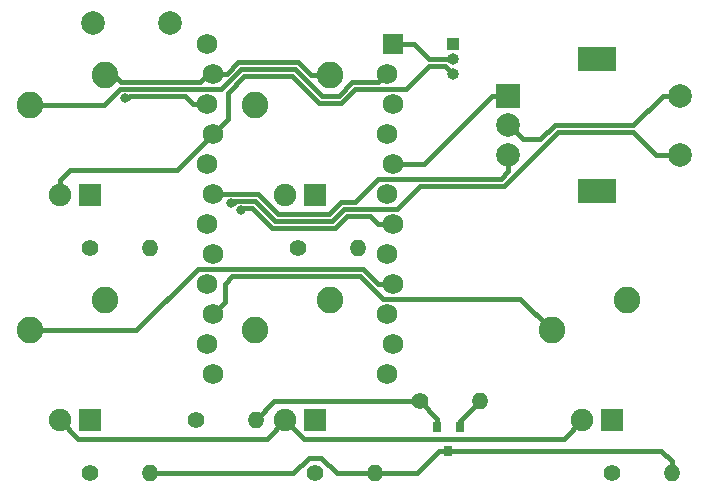
<source format=gbr>
G04 #@! TF.GenerationSoftware,KiCad,Pcbnew,(5.1.4)-1*
G04 #@! TF.CreationDate,2020-08-10T14:14:39+08:00*
G04 #@! TF.ProjectId,BentoPad,42656e74-6f50-4616-942e-6b696361645f,rev?*
G04 #@! TF.SameCoordinates,Original*
G04 #@! TF.FileFunction,Copper,L2,Bot*
G04 #@! TF.FilePolarity,Positive*
%FSLAX46Y46*%
G04 Gerber Fmt 4.6, Leading zero omitted, Abs format (unit mm)*
G04 Created by KiCad (PCBNEW (5.1.4)-1) date 2020-08-10 14:14:39*
%MOMM*%
%LPD*%
G04 APERTURE LIST*
%ADD10O,1.400000X1.400000*%
%ADD11C,1.400000*%
%ADD12R,0.800000X0.900000*%
%ADD13R,1.905000X1.905000*%
%ADD14C,1.905000*%
%ADD15C,2.250000*%
%ADD16C,2.000000*%
%ADD17R,3.200000X2.000000*%
%ADD18R,2.000000X2.000000*%
%ADD19C,1.752600*%
%ADD20R,1.752600X1.752600*%
%ADD21R,1.000000X1.000000*%
%ADD22O,1.000000X1.000000*%
%ADD23C,0.800000*%
%ADD24C,0.381000*%
G04 APERTURE END LIST*
D10*
X66730000Y-59230000D03*
D11*
X61650000Y-59230000D03*
D10*
X47780000Y-60800000D03*
D11*
X42700000Y-60800000D03*
D12*
X64070000Y-63410000D03*
X65020000Y-61410000D03*
X63120000Y-61410000D03*
D11*
X51380000Y-46240000D03*
D10*
X56460000Y-46240000D03*
D11*
X52790000Y-65290000D03*
D10*
X57870000Y-65290000D03*
D11*
X77920000Y-65300000D03*
D10*
X83000000Y-65300000D03*
D11*
X33740000Y-46250000D03*
D10*
X38820000Y-46250000D03*
D11*
X33740000Y-65300000D03*
D10*
X38820000Y-65300000D03*
D13*
X77920000Y-60855000D03*
D14*
X75380000Y-60855000D03*
D15*
X72840000Y-53235000D03*
X79190000Y-50695000D03*
D13*
X52795000Y-60855000D03*
D14*
X50255000Y-60855000D03*
D15*
X47715000Y-53235000D03*
X54065000Y-50695000D03*
D13*
X33745000Y-60855000D03*
D14*
X31205000Y-60855000D03*
D15*
X28665000Y-53235000D03*
X35015000Y-50695000D03*
D13*
X52795000Y-41805000D03*
D14*
X50255000Y-41805000D03*
D15*
X47715000Y-34185000D03*
X54065000Y-31645000D03*
D13*
X33745000Y-41805000D03*
D14*
X31205000Y-41805000D03*
D15*
X28665000Y-34185000D03*
X35015000Y-31645000D03*
D16*
X83650000Y-38350000D03*
X83650000Y-33350000D03*
D17*
X76650000Y-41450000D03*
X76650000Y-30250000D03*
D16*
X69150000Y-38350000D03*
X69150000Y-35850000D03*
D18*
X69150000Y-33350000D03*
D16*
X40500000Y-27200000D03*
X34000000Y-27200000D03*
D19*
X43676400Y-28980000D03*
X58916400Y-56920000D03*
X44133600Y-31520000D03*
X43676400Y-34060000D03*
X44133600Y-36600000D03*
X43676400Y-39140000D03*
X44133600Y-41680000D03*
X43676400Y-44220000D03*
X44133600Y-46760000D03*
X43676400Y-49300000D03*
X44133600Y-51840000D03*
X43676400Y-54380000D03*
X44133600Y-56920000D03*
X59373600Y-54380000D03*
X58916400Y-51840000D03*
X59373600Y-49300000D03*
X58916400Y-46760000D03*
X59373600Y-44220000D03*
X58916400Y-41680000D03*
X59373600Y-39140000D03*
X58916400Y-36600000D03*
X59373600Y-34060000D03*
X58916400Y-31520000D03*
D20*
X59373600Y-28980000D03*
D21*
X64450000Y-28980000D03*
D22*
X64450000Y-30250000D03*
X64450000Y-31520000D03*
D23*
X46530000Y-43060000D03*
X36730000Y-33590000D03*
X45710000Y-42480000D03*
D24*
X52451196Y-31645000D02*
X51326197Y-30520001D01*
X54065000Y-31645000D02*
X52451196Y-31645000D01*
X44133600Y-31520000D02*
X45302224Y-31520000D01*
X46302223Y-30520001D02*
X51326197Y-30520001D01*
X45302224Y-31520000D02*
X46302223Y-30520001D01*
X35755000Y-31645000D02*
X35015000Y-31645000D01*
X36315790Y-32205790D02*
X35755000Y-31645000D01*
X43720000Y-31520000D02*
X43034210Y-32205790D01*
X44133600Y-31520000D02*
X43720000Y-31520000D01*
X43034210Y-32205790D02*
X36315790Y-32205790D01*
X82235787Y-33350000D02*
X83650000Y-33350000D01*
X79735787Y-35850000D02*
X82235787Y-33350000D01*
X73083804Y-35850000D02*
X79735787Y-35850000D01*
X71873804Y-37060000D02*
X73083804Y-35850000D01*
X70360000Y-37060000D02*
X71873804Y-37060000D01*
X69150000Y-35850000D02*
X70360000Y-37060000D01*
X65020000Y-60940000D02*
X66730000Y-59230000D01*
X65020000Y-61410000D02*
X65020000Y-60940000D01*
X59373600Y-28980000D02*
X61143804Y-28980000D01*
X62413804Y-30250000D02*
X64450000Y-30250000D01*
X61143804Y-28980000D02*
X62413804Y-30250000D01*
X45382309Y-35122691D02*
X45382309Y-33092308D01*
X45382309Y-35351291D02*
X45382309Y-33092308D01*
X44133600Y-36600000D02*
X45382309Y-35351291D01*
X46786196Y-31688421D02*
X45382309Y-33092308D01*
X64450000Y-31520000D02*
X63950001Y-31020001D01*
X63950001Y-31020001D02*
X63940001Y-31020001D01*
X53108014Y-33954210D02*
X50842225Y-31688421D01*
X63940001Y-31020001D02*
X63754210Y-30834210D01*
X63754210Y-30834210D02*
X62424210Y-30834210D01*
X62424210Y-30834210D02*
X60468420Y-32790000D01*
X50842225Y-31688421D02*
X46786196Y-31688421D01*
X60468420Y-32790000D02*
X56186196Y-32790000D01*
X55021987Y-33954210D02*
X53108014Y-33954210D01*
X56186196Y-32790000D02*
X55021987Y-33954210D01*
X31205000Y-40457962D02*
X32012962Y-39650000D01*
X31205000Y-41805000D02*
X31205000Y-40457962D01*
X41083600Y-39650000D02*
X44133600Y-36600000D01*
X32012962Y-39650000D02*
X41083600Y-39650000D01*
X31205000Y-60855000D02*
X32750000Y-62400000D01*
X48710000Y-62400000D02*
X50255000Y-60855000D01*
X32750000Y-62400000D02*
X48710000Y-62400000D01*
X50255000Y-60855000D02*
X51810000Y-62410000D01*
X73825000Y-62410000D02*
X75380000Y-60855000D01*
X51810000Y-62410000D02*
X73825000Y-62410000D01*
X34905000Y-34185000D02*
X28665000Y-34185000D01*
X36300000Y-32790000D02*
X34905000Y-34185000D01*
X51084211Y-31104211D02*
X46544209Y-31104211D01*
X46544209Y-31104211D02*
X44858420Y-32790000D01*
X58916400Y-31520000D02*
X58790000Y-31520000D01*
X58790000Y-31520000D02*
X58104210Y-32205790D01*
X44858420Y-32790000D02*
X36300000Y-32790000D01*
X58104210Y-32205790D02*
X55944209Y-32205790D01*
X55944209Y-32205790D02*
X54780000Y-33370000D01*
X54780000Y-33370000D02*
X53350000Y-33370000D01*
X53350000Y-33370000D02*
X51084211Y-31104211D01*
X46530000Y-43060000D02*
X46560000Y-43060000D01*
X47458117Y-42850509D02*
X49136026Y-44528420D01*
X57448535Y-43534210D02*
X55478184Y-43534210D01*
X59373600Y-44220000D02*
X58134325Y-44220000D01*
X58134325Y-44220000D02*
X57448535Y-43534210D01*
X54483974Y-44528420D02*
X55478184Y-43534210D01*
X49136026Y-44528420D02*
X54483974Y-44528420D01*
X46589491Y-42850509D02*
X47458117Y-42850509D01*
X46530000Y-43060000D02*
X46530000Y-42910000D01*
X46530000Y-42910000D02*
X46589491Y-42850509D01*
X58116196Y-49290000D02*
X56856196Y-48030000D01*
X58124325Y-49290000D02*
X58116196Y-49290000D01*
X58134325Y-49300000D02*
X58124325Y-49290000D01*
X59373600Y-49300000D02*
X58134325Y-49300000D01*
X37665000Y-53235000D02*
X42870000Y-48030000D01*
X28665000Y-53235000D02*
X37665000Y-53235000D01*
X56856196Y-48030000D02*
X42870000Y-48030000D01*
X45140000Y-50833600D02*
X44133600Y-51840000D01*
X58570000Y-50570000D02*
X56614210Y-48614210D01*
X56614210Y-48614210D02*
X45795790Y-48614210D01*
X45795790Y-48614210D02*
X45140000Y-49270000D01*
X45140000Y-49270000D02*
X45140000Y-50833600D01*
X70175000Y-50570000D02*
X72840000Y-53235000D01*
X58570000Y-50570000D02*
X70175000Y-50570000D01*
X42437125Y-34060000D02*
X41751335Y-33374210D01*
X43676400Y-34060000D02*
X42437125Y-34060000D01*
X36730000Y-33590000D02*
X36750000Y-33590000D01*
X36930000Y-33590000D02*
X37145790Y-33374210D01*
X36730000Y-33590000D02*
X36930000Y-33590000D01*
X37145790Y-33374210D02*
X41751335Y-33374210D01*
X83650000Y-38350000D02*
X81640000Y-38350000D01*
X81640000Y-38350000D02*
X79724210Y-36434210D01*
X79724210Y-36434210D02*
X73325790Y-36434210D01*
X73325790Y-36434210D02*
X68765790Y-40994210D01*
X45710000Y-42480000D02*
X45955685Y-42480000D01*
X55236196Y-42950000D02*
X54241987Y-43944210D01*
X49378013Y-43944210D02*
X47700103Y-42266299D01*
X59730000Y-42950000D02*
X55236196Y-42950000D01*
X61685790Y-40994210D02*
X59730000Y-42950000D01*
X47700103Y-42266299D02*
X45923701Y-42266299D01*
X45923701Y-42266299D02*
X45710000Y-42480000D01*
X68765790Y-40994210D02*
X61685790Y-40994210D01*
X54241987Y-43944210D02*
X49378013Y-43944210D01*
X54994209Y-42365790D02*
X56134210Y-42365790D01*
X68504213Y-40410000D02*
X69150000Y-39764213D01*
X56134210Y-42365790D02*
X58090000Y-40410000D01*
X54000000Y-43360000D02*
X54994209Y-42365790D01*
X44133600Y-41680000D02*
X47940000Y-41680000D01*
X58090000Y-40410000D02*
X68504213Y-40410000D01*
X69150000Y-39764213D02*
X69150000Y-38350000D01*
X47940000Y-41680000D02*
X49620000Y-43360000D01*
X49620000Y-43360000D02*
X54000000Y-43360000D01*
X61979000Y-39140000D02*
X61050000Y-39140000D01*
X67769000Y-33350000D02*
X61979000Y-39140000D01*
X69150000Y-33350000D02*
X67769000Y-33350000D01*
X59373600Y-39140000D02*
X61050000Y-39140000D01*
X38820000Y-65300000D02*
X50950000Y-65300000D01*
X50950000Y-65300000D02*
X52250000Y-64000000D01*
X52250000Y-64000000D02*
X53320000Y-64000000D01*
X54610000Y-65290000D02*
X57870000Y-65290000D01*
X53320000Y-64000000D02*
X54610000Y-65290000D01*
X63289000Y-63410000D02*
X61409000Y-65290000D01*
X64070000Y-63410000D02*
X63289000Y-63410000D01*
X57870000Y-65290000D02*
X61409000Y-65290000D01*
X64851000Y-63410000D02*
X64070000Y-63410000D01*
X82099949Y-63410000D02*
X64851000Y-63410000D01*
X83000000Y-64310051D02*
X82099949Y-63410000D01*
X83000000Y-65300000D02*
X83000000Y-64310051D01*
X63120000Y-60700000D02*
X61650000Y-59230000D01*
X63120000Y-61410000D02*
X63120000Y-60700000D01*
X49350000Y-59230000D02*
X61650000Y-59230000D01*
X47780000Y-60800000D02*
X49350000Y-59230000D01*
M02*

</source>
